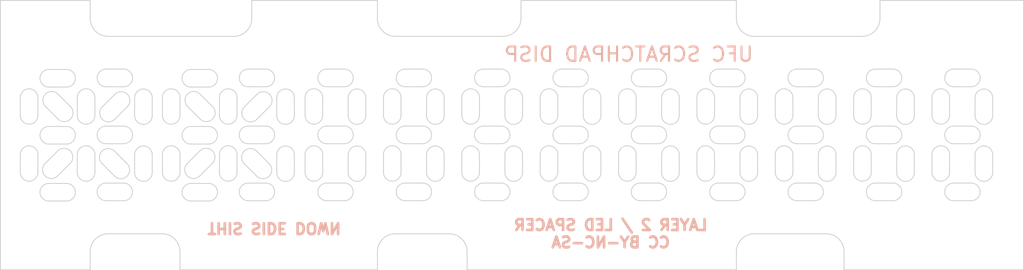
<source format=kicad_pcb>
(kicad_pcb (version 20171130) (host pcbnew "(5.1.4)-1")

  (general
    (thickness 1.6)
    (drawings 423)
    (tracks 0)
    (zones 0)
    (modules 0)
    (nets 1)
  )

  (page A4)
  (layers
    (0 F.Cu signal)
    (31 B.Cu signal)
    (32 B.Adhes user)
    (33 F.Adhes user)
    (34 B.Paste user)
    (35 F.Paste user)
    (36 B.SilkS user)
    (37 F.SilkS user)
    (38 B.Mask user)
    (39 F.Mask user)
    (40 Dwgs.User user)
    (41 Cmts.User user)
    (42 Eco1.User user)
    (43 Eco2.User user)
    (44 Edge.Cuts user)
    (45 Margin user)
    (46 B.CrtYd user)
    (47 F.CrtYd user)
    (48 B.Fab user)
    (49 F.Fab user)
  )

  (setup
    (last_trace_width 0.25)
    (user_trace_width 0.1524)
    (user_trace_width 0.2032)
    (user_trace_width 0.3048)
    (user_trace_width 0.4572)
    (user_trace_width 0.1524)
    (user_trace_width 0.2032)
    (user_trace_width 0.3048)
    (user_trace_width 0.4572)
    (user_trace_width 0.1524)
    (user_trace_width 0.2032)
    (user_trace_width 0.3048)
    (user_trace_width 0.4572)
    (user_trace_width 0.1524)
    (user_trace_width 0.2032)
    (user_trace_width 0.3048)
    (user_trace_width 0.4572)
    (user_trace_width 0.1524)
    (user_trace_width 0.2032)
    (user_trace_width 0.3048)
    (user_trace_width 0.4572)
    (user_trace_width 0.1524)
    (user_trace_width 0.2032)
    (user_trace_width 0.3048)
    (user_trace_width 0.4572)
    (user_trace_width 0.1524)
    (user_trace_width 0.2032)
    (user_trace_width 0.3048)
    (user_trace_width 0.4572)
    (user_trace_width 0.1524)
    (user_trace_width 0.2032)
    (user_trace_width 0.3048)
    (user_trace_width 0.4572)
    (trace_clearance 0.2)
    (zone_clearance 0.508)
    (zone_45_only no)
    (trace_min 0.127)
    (via_size 0.8)
    (via_drill 0.4)
    (via_min_size 0.45)
    (via_min_drill 0.2)
    (user_via 0.45 0.2)
    (user_via 0.45 0.2)
    (user_via 0.45 0.2)
    (user_via 0.45 0.2)
    (user_via 0.45 0.2)
    (user_via 0.45 0.2)
    (user_via 0.45 0.2)
    (user_via 0.45 0.2)
    (uvia_size 0.3)
    (uvia_drill 0.1)
    (uvias_allowed no)
    (uvia_min_size 0.2)
    (uvia_min_drill 0.1)
    (edge_width 0.05)
    (segment_width 0.2)
    (pcb_text_width 0.3)
    (pcb_text_size 1.5 1.5)
    (mod_edge_width 0.12)
    (mod_text_size 1 1)
    (mod_text_width 0.15)
    (pad_size 0.59 0.64)
    (pad_drill 0)
    (pad_to_mask_clearance 0.051)
    (solder_mask_min_width 0.25)
    (aux_axis_origin 147.6375 100.042)
    (grid_origin 147.6375 100.042)
    (visible_elements 7FFFF7DF)
    (pcbplotparams
      (layerselection 0x010fc_ffffffff)
      (usegerberextensions false)
      (usegerberattributes false)
      (usegerberadvancedattributes false)
      (creategerberjobfile false)
      (excludeedgelayer true)
      (linewidth 0.100000)
      (plotframeref false)
      (viasonmask false)
      (mode 1)
      (useauxorigin false)
      (hpglpennumber 1)
      (hpglpenspeed 20)
      (hpglpendiameter 15.000000)
      (psnegative false)
      (psa4output false)
      (plotreference true)
      (plotvalue true)
      (plotinvisibletext false)
      (padsonsilk false)
      (subtractmaskfromsilk false)
      (outputformat 1)
      (mirror false)
      (drillshape 0)
      (scaleselection 1)
      (outputdirectory "gerber"))
  )

  (net 0 "")

  (net_class Default "This is the default net class."
    (clearance 0.2)
    (trace_width 0.25)
    (via_dia 0.8)
    (via_drill 0.4)
    (uvia_dia 0.3)
    (uvia_drill 0.1)
  )

  (gr_text "THIS SIDE DOWN" (at 162.894 112.726 180) (layer B.SilkS) (tstamp 5FBEDFAE)
    (effects (font (size 0.6 0.6) (thickness 0.15)) (justify mirror))
  )
  (gr_text "LAYER 2 / LED SPACER\nCC BY-NC-SA" (at 181.6375 113.042) (layer B.SilkS) (tstamp 5FBEDF5D)
    (effects (font (size 0.6 0.6) (thickness 0.15)) (justify mirror))
  )
  (gr_text "UFC SCRATCHPAD DISP\n" (at 182.6375 103.042) (layer B.SilkS) (tstamp 5FBEE532)
    (effects (font (size 0.8 0.8) (thickness 0.12)) (justify mirror))
  )
  (gr_line (start 202.916352 109.6295) (end 202.916352 108.6395) (layer Edge.Cuts) (width 0.05) (tstamp 5FBEFB98))
  (gr_line (start 200.735625 108.022917) (end 201.725625 108.022917) (layer Edge.Cuts) (width 0.05) (tstamp 5FBEFB97))
  (gr_arc (start 200.735625 110.707) (end 200.735625 110.216898) (angle -180) (layer Edge.Cuts) (width 0.05) (tstamp 5FBEFB96))
  (gr_arc (start 200.735625 104.357) (end 200.735625 103.866898) (angle -180) (layer Edge.Cuts) (width 0.05) (tstamp 5FBEFB95))
  (gr_arc (start 202.42625 109.629499) (end 201.935333 109.6295) (angle -180) (layer Edge.Cuts) (width 0.05) (tstamp 5FBEFB94))
  (gr_arc (start 201.725624 104.357) (end 201.725625 104.847917) (angle -180) (layer Edge.Cuts) (width 0.05) (tstamp 5FBEFB93))
  (gr_arc (start 202.42625 108.6395) (end 202.916352 108.6395) (angle -180) (layer Edge.Cuts) (width 0.05) (tstamp 5FBEFB92))
  (gr_line (start 200.735625 111.197917) (end 201.725625 111.197917) (layer Edge.Cuts) (width 0.05) (tstamp 5FBEFB91))
  (gr_arc (start 202.42625 105.4645) (end 202.916352 105.4645) (angle -180) (layer Edge.Cuts) (width 0.05) (tstamp 5FBEFB90))
  (gr_line (start 201.725625 103.866898) (end 200.735625 103.866898) (layer Edge.Cuts) (width 0.05) (tstamp 5FBEFB8F))
  (gr_line (start 200.735625 104.847917) (end 201.725625 104.847917) (layer Edge.Cuts) (width 0.05) (tstamp 5FBEFB8E))
  (gr_line (start 201.725625 107.041898) (end 200.735625 107.041898) (layer Edge.Cuts) (width 0.05) (tstamp 5FBEFB8D))
  (gr_arc (start 200.735625 107.532) (end 200.735625 107.041898) (angle -180) (layer Edge.Cuts) (width 0.05) (tstamp 5FBEFB8C))
  (gr_line (start 201.935333 105.4645) (end 201.935333 106.4545) (layer Edge.Cuts) (width 0.05) (tstamp 5FBEFB8B))
  (gr_line (start 200.515917 109.6195) (end 200.515917 108.6295) (layer Edge.Cuts) (width 0.05) (tstamp 5FBEFB8A))
  (gr_line (start 199.534898 108.6295) (end 199.534898 109.6195) (layer Edge.Cuts) (width 0.05) (tstamp 5FBEFB89))
  (gr_arc (start 200.025 106.4445) (end 199.534898 106.4445) (angle -180) (layer Edge.Cuts) (width 0.05) (tstamp 5FBEFB88))
  (gr_line (start 202.916352 106.4545) (end 202.916352 105.4645) (layer Edge.Cuts) (width 0.05) (tstamp 5FBEFB87))
  (gr_arc (start 201.725624 110.707) (end 201.725625 111.197917) (angle -180) (layer Edge.Cuts) (width 0.05) (tstamp 5FBEFB86))
  (gr_arc (start 201.725624 107.532) (end 201.725625 108.022917) (angle -180) (layer Edge.Cuts) (width 0.05) (tstamp 5FBEFB85))
  (gr_line (start 199.534898 105.4545) (end 199.534898 106.4445) (layer Edge.Cuts) (width 0.05) (tstamp 5FBEFB84))
  (gr_arc (start 200.025 105.4545) (end 200.515917 105.4545) (angle -180) (layer Edge.Cuts) (width 0.05) (tstamp 5FBEFB83))
  (gr_line (start 200.515917 106.4445) (end 200.515917 105.4545) (layer Edge.Cuts) (width 0.05) (tstamp 5FBEFB82))
  (gr_line (start 201.725625 110.216898) (end 200.735625 110.216898) (layer Edge.Cuts) (width 0.05) (tstamp 5FBEFB81))
  (gr_arc (start 202.42625 106.454499) (end 201.935333 106.4545) (angle -180) (layer Edge.Cuts) (width 0.05) (tstamp 5FBEFB80))
  (gr_arc (start 200.025 109.6195) (end 199.534898 109.6195) (angle -180) (layer Edge.Cuts) (width 0.05) (tstamp 5FBEFB7F))
  (gr_line (start 201.935333 108.6395) (end 201.935333 109.6295) (layer Edge.Cuts) (width 0.05) (tstamp 5FBEFB7E))
  (gr_arc (start 200.025 108.6295) (end 200.515917 108.6295) (angle -180) (layer Edge.Cuts) (width 0.05) (tstamp 5FBEFB7D))
  (gr_line (start 198.550727 109.6295) (end 198.550727 108.6395) (layer Edge.Cuts) (width 0.05) (tstamp 5FBEFB98))
  (gr_line (start 196.37 108.022917) (end 197.36 108.022917) (layer Edge.Cuts) (width 0.05) (tstamp 5FBEFB97))
  (gr_arc (start 196.37 110.707) (end 196.37 110.216898) (angle -180) (layer Edge.Cuts) (width 0.05) (tstamp 5FBEFB96))
  (gr_arc (start 196.37 104.357) (end 196.37 103.866898) (angle -180) (layer Edge.Cuts) (width 0.05) (tstamp 5FBEFB95))
  (gr_arc (start 198.060625 109.629499) (end 197.569708 109.6295) (angle -180) (layer Edge.Cuts) (width 0.05) (tstamp 5FBEFB94))
  (gr_arc (start 197.359999 104.357) (end 197.36 104.847917) (angle -180) (layer Edge.Cuts) (width 0.05) (tstamp 5FBEFB93))
  (gr_arc (start 198.060625 108.6395) (end 198.550727 108.6395) (angle -180) (layer Edge.Cuts) (width 0.05) (tstamp 5FBEFB92))
  (gr_line (start 196.37 111.197917) (end 197.36 111.197917) (layer Edge.Cuts) (width 0.05) (tstamp 5FBEFB91))
  (gr_arc (start 198.060625 105.4645) (end 198.550727 105.4645) (angle -180) (layer Edge.Cuts) (width 0.05) (tstamp 5FBEFB90))
  (gr_line (start 197.36 103.866898) (end 196.37 103.866898) (layer Edge.Cuts) (width 0.05) (tstamp 5FBEFB8F))
  (gr_line (start 196.37 104.847917) (end 197.36 104.847917) (layer Edge.Cuts) (width 0.05) (tstamp 5FBEFB8E))
  (gr_line (start 197.36 107.041898) (end 196.37 107.041898) (layer Edge.Cuts) (width 0.05) (tstamp 5FBEFB8D))
  (gr_arc (start 196.37 107.532) (end 196.37 107.041898) (angle -180) (layer Edge.Cuts) (width 0.05) (tstamp 5FBEFB8C))
  (gr_line (start 197.569708 105.4645) (end 197.569708 106.4545) (layer Edge.Cuts) (width 0.05) (tstamp 5FBEFB8B))
  (gr_line (start 196.150292 109.6195) (end 196.150292 108.6295) (layer Edge.Cuts) (width 0.05) (tstamp 5FBEFB8A))
  (gr_line (start 195.169273 108.6295) (end 195.169273 109.6195) (layer Edge.Cuts) (width 0.05) (tstamp 5FBEFB89))
  (gr_arc (start 195.659375 106.4445) (end 195.169273 106.4445) (angle -180) (layer Edge.Cuts) (width 0.05) (tstamp 5FBEFB88))
  (gr_line (start 198.550727 106.4545) (end 198.550727 105.4645) (layer Edge.Cuts) (width 0.05) (tstamp 5FBEFB87))
  (gr_arc (start 197.359999 110.707) (end 197.36 111.197917) (angle -180) (layer Edge.Cuts) (width 0.05) (tstamp 5FBEFB86))
  (gr_arc (start 197.359999 107.532) (end 197.36 108.022917) (angle -180) (layer Edge.Cuts) (width 0.05) (tstamp 5FBEFB85))
  (gr_line (start 195.169273 105.4545) (end 195.169273 106.4445) (layer Edge.Cuts) (width 0.05) (tstamp 5FBEFB84))
  (gr_arc (start 195.659375 105.4545) (end 196.150292 105.4545) (angle -180) (layer Edge.Cuts) (width 0.05) (tstamp 5FBEFB83))
  (gr_line (start 196.150292 106.4445) (end 196.150292 105.4545) (layer Edge.Cuts) (width 0.05) (tstamp 5FBEFB82))
  (gr_line (start 197.36 110.216898) (end 196.37 110.216898) (layer Edge.Cuts) (width 0.05) (tstamp 5FBEFB81))
  (gr_arc (start 198.060625 106.454499) (end 197.569708 106.4545) (angle -180) (layer Edge.Cuts) (width 0.05) (tstamp 5FBEFB80))
  (gr_arc (start 195.659375 109.6195) (end 195.169273 109.6195) (angle -180) (layer Edge.Cuts) (width 0.05) (tstamp 5FBEFB7F))
  (gr_line (start 197.569708 108.6395) (end 197.569708 109.6295) (layer Edge.Cuts) (width 0.05) (tstamp 5FBEFB7E))
  (gr_arc (start 195.659375 108.6295) (end 196.150292 108.6295) (angle -180) (layer Edge.Cuts) (width 0.05) (tstamp 5FBEFB7D))
  (gr_line (start 194.185102 109.6295) (end 194.185102 108.6395) (layer Edge.Cuts) (width 0.05) (tstamp 5FBEFB98))
  (gr_line (start 192.004375 108.022917) (end 192.994375 108.022917) (layer Edge.Cuts) (width 0.05) (tstamp 5FBEFB97))
  (gr_arc (start 192.004375 110.707) (end 192.004375 110.216898) (angle -180) (layer Edge.Cuts) (width 0.05) (tstamp 5FBEFB96))
  (gr_arc (start 192.004375 104.357) (end 192.004375 103.866898) (angle -180) (layer Edge.Cuts) (width 0.05) (tstamp 5FBEFB95))
  (gr_arc (start 193.695 109.629499) (end 193.204083 109.6295) (angle -180) (layer Edge.Cuts) (width 0.05) (tstamp 5FBEFB94))
  (gr_arc (start 192.994374 104.357) (end 192.994375 104.847917) (angle -180) (layer Edge.Cuts) (width 0.05) (tstamp 5FBEFB93))
  (gr_arc (start 193.695 108.6395) (end 194.185102 108.6395) (angle -180) (layer Edge.Cuts) (width 0.05) (tstamp 5FBEFB92))
  (gr_line (start 192.004375 111.197917) (end 192.994375 111.197917) (layer Edge.Cuts) (width 0.05) (tstamp 5FBEFB91))
  (gr_arc (start 193.695 105.4645) (end 194.185102 105.4645) (angle -180) (layer Edge.Cuts) (width 0.05) (tstamp 5FBEFB90))
  (gr_line (start 192.994375 103.866898) (end 192.004375 103.866898) (layer Edge.Cuts) (width 0.05) (tstamp 5FBEFB8F))
  (gr_line (start 192.004375 104.847917) (end 192.994375 104.847917) (layer Edge.Cuts) (width 0.05) (tstamp 5FBEFB8E))
  (gr_line (start 192.994375 107.041898) (end 192.004375 107.041898) (layer Edge.Cuts) (width 0.05) (tstamp 5FBEFB8D))
  (gr_arc (start 192.004375 107.532) (end 192.004375 107.041898) (angle -180) (layer Edge.Cuts) (width 0.05) (tstamp 5FBEFB8C))
  (gr_line (start 193.204083 105.4645) (end 193.204083 106.4545) (layer Edge.Cuts) (width 0.05) (tstamp 5FBEFB8B))
  (gr_line (start 191.784667 109.6195) (end 191.784667 108.6295) (layer Edge.Cuts) (width 0.05) (tstamp 5FBEFB8A))
  (gr_line (start 190.803648 108.6295) (end 190.803648 109.6195) (layer Edge.Cuts) (width 0.05) (tstamp 5FBEFB89))
  (gr_arc (start 191.29375 106.4445) (end 190.803648 106.4445) (angle -180) (layer Edge.Cuts) (width 0.05) (tstamp 5FBEFB88))
  (gr_line (start 194.185102 106.4545) (end 194.185102 105.4645) (layer Edge.Cuts) (width 0.05) (tstamp 5FBEFB87))
  (gr_arc (start 192.994374 110.707) (end 192.994375 111.197917) (angle -180) (layer Edge.Cuts) (width 0.05) (tstamp 5FBEFB86))
  (gr_arc (start 192.994374 107.532) (end 192.994375 108.022917) (angle -180) (layer Edge.Cuts) (width 0.05) (tstamp 5FBEFB85))
  (gr_line (start 190.803648 105.4545) (end 190.803648 106.4445) (layer Edge.Cuts) (width 0.05) (tstamp 5FBEFB84))
  (gr_arc (start 191.29375 105.4545) (end 191.784667 105.4545) (angle -180) (layer Edge.Cuts) (width 0.05) (tstamp 5FBEFB83))
  (gr_line (start 191.784667 106.4445) (end 191.784667 105.4545) (layer Edge.Cuts) (width 0.05) (tstamp 5FBEFB82))
  (gr_line (start 192.994375 110.216898) (end 192.004375 110.216898) (layer Edge.Cuts) (width 0.05) (tstamp 5FBEFB81))
  (gr_arc (start 193.695 106.454499) (end 193.204083 106.4545) (angle -180) (layer Edge.Cuts) (width 0.05) (tstamp 5FBEFB80))
  (gr_arc (start 191.29375 109.6195) (end 190.803648 109.6195) (angle -180) (layer Edge.Cuts) (width 0.05) (tstamp 5FBEFB7F))
  (gr_line (start 193.204083 108.6395) (end 193.204083 109.6295) (layer Edge.Cuts) (width 0.05) (tstamp 5FBEFB7E))
  (gr_arc (start 191.29375 108.6295) (end 191.784667 108.6295) (angle -180) (layer Edge.Cuts) (width 0.05) (tstamp 5FBEFB7D))
  (gr_line (start 189.819477 109.6295) (end 189.819477 108.6395) (layer Edge.Cuts) (width 0.05) (tstamp 5FBEFB98))
  (gr_line (start 187.63875 108.022917) (end 188.62875 108.022917) (layer Edge.Cuts) (width 0.05) (tstamp 5FBEFB97))
  (gr_arc (start 187.63875 110.707) (end 187.63875 110.216898) (angle -180) (layer Edge.Cuts) (width 0.05) (tstamp 5FBEFB96))
  (gr_arc (start 187.63875 104.357) (end 187.63875 103.866898) (angle -180) (layer Edge.Cuts) (width 0.05) (tstamp 5FBEFB95))
  (gr_arc (start 189.329375 109.629499) (end 188.838458 109.6295) (angle -180) (layer Edge.Cuts) (width 0.05) (tstamp 5FBEFB94))
  (gr_arc (start 188.628749 104.357) (end 188.62875 104.847917) (angle -180) (layer Edge.Cuts) (width 0.05) (tstamp 5FBEFB93))
  (gr_arc (start 189.329375 108.6395) (end 189.819477 108.6395) (angle -180) (layer Edge.Cuts) (width 0.05) (tstamp 5FBEFB92))
  (gr_line (start 187.63875 111.197917) (end 188.62875 111.197917) (layer Edge.Cuts) (width 0.05) (tstamp 5FBEFB91))
  (gr_arc (start 189.329375 105.4645) (end 189.819477 105.4645) (angle -180) (layer Edge.Cuts) (width 0.05) (tstamp 5FBEFB90))
  (gr_line (start 188.62875 103.866898) (end 187.63875 103.866898) (layer Edge.Cuts) (width 0.05) (tstamp 5FBEFB8F))
  (gr_line (start 187.63875 104.847917) (end 188.62875 104.847917) (layer Edge.Cuts) (width 0.05) (tstamp 5FBEFB8E))
  (gr_line (start 188.62875 107.041898) (end 187.63875 107.041898) (layer Edge.Cuts) (width 0.05) (tstamp 5FBEFB8D))
  (gr_arc (start 187.63875 107.532) (end 187.63875 107.041898) (angle -180) (layer Edge.Cuts) (width 0.05) (tstamp 5FBEFB8C))
  (gr_line (start 188.838458 105.4645) (end 188.838458 106.4545) (layer Edge.Cuts) (width 0.05) (tstamp 5FBEFB8B))
  (gr_line (start 187.419042 109.6195) (end 187.419042 108.6295) (layer Edge.Cuts) (width 0.05) (tstamp 5FBEFB8A))
  (gr_line (start 186.438023 108.6295) (end 186.438023 109.6195) (layer Edge.Cuts) (width 0.05) (tstamp 5FBEFB89))
  (gr_arc (start 186.928125 106.4445) (end 186.438023 106.4445) (angle -180) (layer Edge.Cuts) (width 0.05) (tstamp 5FBEFB88))
  (gr_line (start 189.819477 106.4545) (end 189.819477 105.4645) (layer Edge.Cuts) (width 0.05) (tstamp 5FBEFB87))
  (gr_arc (start 188.628749 110.707) (end 188.62875 111.197917) (angle -180) (layer Edge.Cuts) (width 0.05) (tstamp 5FBEFB86))
  (gr_arc (start 188.628749 107.532) (end 188.62875 108.022917) (angle -180) (layer Edge.Cuts) (width 0.05) (tstamp 5FBEFB85))
  (gr_line (start 186.438023 105.4545) (end 186.438023 106.4445) (layer Edge.Cuts) (width 0.05) (tstamp 5FBEFB84))
  (gr_arc (start 186.928125 105.4545) (end 187.419042 105.4545) (angle -180) (layer Edge.Cuts) (width 0.05) (tstamp 5FBEFB83))
  (gr_line (start 187.419042 106.4445) (end 187.419042 105.4545) (layer Edge.Cuts) (width 0.05) (tstamp 5FBEFB82))
  (gr_line (start 188.62875 110.216898) (end 187.63875 110.216898) (layer Edge.Cuts) (width 0.05) (tstamp 5FBEFB81))
  (gr_arc (start 189.329375 106.454499) (end 188.838458 106.4545) (angle -180) (layer Edge.Cuts) (width 0.05) (tstamp 5FBEFB80))
  (gr_arc (start 186.928125 109.6195) (end 186.438023 109.6195) (angle -180) (layer Edge.Cuts) (width 0.05) (tstamp 5FBEFB7F))
  (gr_line (start 188.838458 108.6395) (end 188.838458 109.6295) (layer Edge.Cuts) (width 0.05) (tstamp 5FBEFB7E))
  (gr_arc (start 186.928125 108.6295) (end 187.419042 108.6295) (angle -180) (layer Edge.Cuts) (width 0.05) (tstamp 5FBEFB7D))
  (gr_line (start 185.453852 109.6295) (end 185.453852 108.6395) (layer Edge.Cuts) (width 0.05) (tstamp 5FBEFB98))
  (gr_line (start 183.273125 108.022917) (end 184.263125 108.022917) (layer Edge.Cuts) (width 0.05) (tstamp 5FBEFB97))
  (gr_arc (start 183.273125 110.707) (end 183.273125 110.216898) (angle -180) (layer Edge.Cuts) (width 0.05) (tstamp 5FBEFB96))
  (gr_arc (start 183.273125 104.357) (end 183.273125 103.866898) (angle -180) (layer Edge.Cuts) (width 0.05) (tstamp 5FBEFB95))
  (gr_arc (start 184.96375 109.629499) (end 184.472833 109.6295) (angle -180) (layer Edge.Cuts) (width 0.05) (tstamp 5FBEFB94))
  (gr_arc (start 184.263124 104.357) (end 184.263125 104.847917) (angle -180) (layer Edge.Cuts) (width 0.05) (tstamp 5FBEFB93))
  (gr_arc (start 184.96375 108.6395) (end 185.453852 108.6395) (angle -180) (layer Edge.Cuts) (width 0.05) (tstamp 5FBEFB92))
  (gr_line (start 183.273125 111.197917) (end 184.263125 111.197917) (layer Edge.Cuts) (width 0.05) (tstamp 5FBEFB91))
  (gr_arc (start 184.96375 105.4645) (end 185.453852 105.4645) (angle -180) (layer Edge.Cuts) (width 0.05) (tstamp 5FBEFB90))
  (gr_line (start 184.263125 103.866898) (end 183.273125 103.866898) (layer Edge.Cuts) (width 0.05) (tstamp 5FBEFB8F))
  (gr_line (start 183.273125 104.847917) (end 184.263125 104.847917) (layer Edge.Cuts) (width 0.05) (tstamp 5FBEFB8E))
  (gr_line (start 184.263125 107.041898) (end 183.273125 107.041898) (layer Edge.Cuts) (width 0.05) (tstamp 5FBEFB8D))
  (gr_arc (start 183.273125 107.532) (end 183.273125 107.041898) (angle -180) (layer Edge.Cuts) (width 0.05) (tstamp 5FBEFB8C))
  (gr_line (start 184.472833 105.4645) (end 184.472833 106.4545) (layer Edge.Cuts) (width 0.05) (tstamp 5FBEFB8B))
  (gr_line (start 183.053417 109.6195) (end 183.053417 108.6295) (layer Edge.Cuts) (width 0.05) (tstamp 5FBEFB8A))
  (gr_line (start 182.072398 108.6295) (end 182.072398 109.6195) (layer Edge.Cuts) (width 0.05) (tstamp 5FBEFB89))
  (gr_arc (start 182.5625 106.4445) (end 182.072398 106.4445) (angle -180) (layer Edge.Cuts) (width 0.05) (tstamp 5FBEFB88))
  (gr_line (start 185.453852 106.4545) (end 185.453852 105.4645) (layer Edge.Cuts) (width 0.05) (tstamp 5FBEFB87))
  (gr_arc (start 184.263124 110.707) (end 184.263125 111.197917) (angle -180) (layer Edge.Cuts) (width 0.05) (tstamp 5FBEFB86))
  (gr_arc (start 184.263124 107.532) (end 184.263125 108.022917) (angle -180) (layer Edge.Cuts) (width 0.05) (tstamp 5FBEFB85))
  (gr_line (start 182.072398 105.4545) (end 182.072398 106.4445) (layer Edge.Cuts) (width 0.05) (tstamp 5FBEFB84))
  (gr_arc (start 182.5625 105.4545) (end 183.053417 105.4545) (angle -180) (layer Edge.Cuts) (width 0.05) (tstamp 5FBEFB83))
  (gr_line (start 183.053417 106.4445) (end 183.053417 105.4545) (layer Edge.Cuts) (width 0.05) (tstamp 5FBEFB82))
  (gr_line (start 184.263125 110.216898) (end 183.273125 110.216898) (layer Edge.Cuts) (width 0.05) (tstamp 5FBEFB81))
  (gr_arc (start 184.96375 106.454499) (end 184.472833 106.4545) (angle -180) (layer Edge.Cuts) (width 0.05) (tstamp 5FBEFB80))
  (gr_arc (start 182.5625 109.6195) (end 182.072398 109.6195) (angle -180) (layer Edge.Cuts) (width 0.05) (tstamp 5FBEFB7F))
  (gr_line (start 184.472833 108.6395) (end 184.472833 109.6295) (layer Edge.Cuts) (width 0.05) (tstamp 5FBEFB7E))
  (gr_arc (start 182.5625 108.6295) (end 183.053417 108.6295) (angle -180) (layer Edge.Cuts) (width 0.05) (tstamp 5FBEFB7D))
  (gr_line (start 181.088227 109.6295) (end 181.088227 108.6395) (layer Edge.Cuts) (width 0.05) (tstamp 5FBEFB98))
  (gr_line (start 178.9075 108.022917) (end 179.8975 108.022917) (layer Edge.Cuts) (width 0.05) (tstamp 5FBEFB97))
  (gr_arc (start 178.9075 110.707) (end 178.9075 110.216898) (angle -180) (layer Edge.Cuts) (width 0.05) (tstamp 5FBEFB96))
  (gr_arc (start 178.9075 104.357) (end 178.9075 103.866898) (angle -180) (layer Edge.Cuts) (width 0.05) (tstamp 5FBEFB95))
  (gr_arc (start 180.598125 109.629499) (end 180.107208 109.6295) (angle -180) (layer Edge.Cuts) (width 0.05) (tstamp 5FBEFB94))
  (gr_arc (start 179.897499 104.357) (end 179.8975 104.847917) (angle -180) (layer Edge.Cuts) (width 0.05) (tstamp 5FBEFB93))
  (gr_arc (start 180.598125 108.6395) (end 181.088227 108.6395) (angle -180) (layer Edge.Cuts) (width 0.05) (tstamp 5FBEFB92))
  (gr_line (start 178.9075 111.197917) (end 179.8975 111.197917) (layer Edge.Cuts) (width 0.05) (tstamp 5FBEFB91))
  (gr_arc (start 180.598125 105.4645) (end 181.088227 105.4645) (angle -180) (layer Edge.Cuts) (width 0.05) (tstamp 5FBEFB90))
  (gr_line (start 179.8975 103.866898) (end 178.9075 103.866898) (layer Edge.Cuts) (width 0.05) (tstamp 5FBEFB8F))
  (gr_line (start 178.9075 104.847917) (end 179.8975 104.847917) (layer Edge.Cuts) (width 0.05) (tstamp 5FBEFB8E))
  (gr_line (start 179.8975 107.041898) (end 178.9075 107.041898) (layer Edge.Cuts) (width 0.05) (tstamp 5FBEFB8D))
  (gr_arc (start 178.9075 107.532) (end 178.9075 107.041898) (angle -180) (layer Edge.Cuts) (width 0.05) (tstamp 5FBEFB8C))
  (gr_line (start 180.107208 105.4645) (end 180.107208 106.4545) (layer Edge.Cuts) (width 0.05) (tstamp 5FBEFB8B))
  (gr_line (start 178.687792 109.6195) (end 178.687792 108.6295) (layer Edge.Cuts) (width 0.05) (tstamp 5FBEFB8A))
  (gr_line (start 177.706773 108.6295) (end 177.706773 109.6195) (layer Edge.Cuts) (width 0.05) (tstamp 5FBEFB89))
  (gr_arc (start 178.196875 106.4445) (end 177.706773 106.4445) (angle -180) (layer Edge.Cuts) (width 0.05) (tstamp 5FBEFB88))
  (gr_line (start 181.088227 106.4545) (end 181.088227 105.4645) (layer Edge.Cuts) (width 0.05) (tstamp 5FBEFB87))
  (gr_arc (start 179.897499 110.707) (end 179.8975 111.197917) (angle -180) (layer Edge.Cuts) (width 0.05) (tstamp 5FBEFB86))
  (gr_arc (start 179.897499 107.532) (end 179.8975 108.022917) (angle -180) (layer Edge.Cuts) (width 0.05) (tstamp 5FBEFB85))
  (gr_line (start 177.706773 105.4545) (end 177.706773 106.4445) (layer Edge.Cuts) (width 0.05) (tstamp 5FBEFB84))
  (gr_arc (start 178.196875 105.4545) (end 178.687792 105.4545) (angle -180) (layer Edge.Cuts) (width 0.05) (tstamp 5FBEFB83))
  (gr_line (start 178.687792 106.4445) (end 178.687792 105.4545) (layer Edge.Cuts) (width 0.05) (tstamp 5FBEFB82))
  (gr_line (start 179.8975 110.216898) (end 178.9075 110.216898) (layer Edge.Cuts) (width 0.05) (tstamp 5FBEFB81))
  (gr_arc (start 180.598125 106.454499) (end 180.107208 106.4545) (angle -180) (layer Edge.Cuts) (width 0.05) (tstamp 5FBEFB80))
  (gr_arc (start 178.196875 109.6195) (end 177.706773 109.6195) (angle -180) (layer Edge.Cuts) (width 0.05) (tstamp 5FBEFB7F))
  (gr_line (start 180.107208 108.6395) (end 180.107208 109.6295) (layer Edge.Cuts) (width 0.05) (tstamp 5FBEFB7E))
  (gr_arc (start 178.196875 108.6295) (end 178.687792 108.6295) (angle -180) (layer Edge.Cuts) (width 0.05) (tstamp 5FBEFB7D))
  (gr_line (start 176.722602 109.6295) (end 176.722602 108.6395) (layer Edge.Cuts) (width 0.05) (tstamp 5FBEFB98))
  (gr_line (start 174.541875 108.022917) (end 175.531875 108.022917) (layer Edge.Cuts) (width 0.05) (tstamp 5FBEFB97))
  (gr_arc (start 174.541875 110.707) (end 174.541875 110.216898) (angle -180) (layer Edge.Cuts) (width 0.05) (tstamp 5FBEFB96))
  (gr_arc (start 174.541875 104.357) (end 174.541875 103.866898) (angle -180) (layer Edge.Cuts) (width 0.05) (tstamp 5FBEFB95))
  (gr_arc (start 176.2325 109.629499) (end 175.741583 109.6295) (angle -180) (layer Edge.Cuts) (width 0.05) (tstamp 5FBEFB94))
  (gr_arc (start 175.531874 104.357) (end 175.531875 104.847917) (angle -180) (layer Edge.Cuts) (width 0.05) (tstamp 5FBEFB93))
  (gr_arc (start 176.2325 108.6395) (end 176.722602 108.6395) (angle -180) (layer Edge.Cuts) (width 0.05) (tstamp 5FBEFB92))
  (gr_line (start 174.541875 111.197917) (end 175.531875 111.197917) (layer Edge.Cuts) (width 0.05) (tstamp 5FBEFB91))
  (gr_arc (start 176.2325 105.4645) (end 176.722602 105.4645) (angle -180) (layer Edge.Cuts) (width 0.05) (tstamp 5FBEFB90))
  (gr_line (start 175.531875 103.866898) (end 174.541875 103.866898) (layer Edge.Cuts) (width 0.05) (tstamp 5FBEFB8F))
  (gr_line (start 174.541875 104.847917) (end 175.531875 104.847917) (layer Edge.Cuts) (width 0.05) (tstamp 5FBEFB8E))
  (gr_line (start 175.531875 107.041898) (end 174.541875 107.041898) (layer Edge.Cuts) (width 0.05) (tstamp 5FBEFB8D))
  (gr_arc (start 174.541875 107.532) (end 174.541875 107.041898) (angle -180) (layer Edge.Cuts) (width 0.05) (tstamp 5FBEFB8C))
  (gr_line (start 175.741583 105.4645) (end 175.741583 106.4545) (layer Edge.Cuts) (width 0.05) (tstamp 5FBEFB8B))
  (gr_line (start 174.322167 109.6195) (end 174.322167 108.6295) (layer Edge.Cuts) (width 0.05) (tstamp 5FBEFB8A))
  (gr_line (start 173.341148 108.6295) (end 173.341148 109.6195) (layer Edge.Cuts) (width 0.05) (tstamp 5FBEFB89))
  (gr_arc (start 173.83125 106.4445) (end 173.341148 106.4445) (angle -180) (layer Edge.Cuts) (width 0.05) (tstamp 5FBEFB88))
  (gr_line (start 176.722602 106.4545) (end 176.722602 105.4645) (layer Edge.Cuts) (width 0.05) (tstamp 5FBEFB87))
  (gr_arc (start 175.531874 110.707) (end 175.531875 111.197917) (angle -180) (layer Edge.Cuts) (width 0.05) (tstamp 5FBEFB86))
  (gr_arc (start 175.531874 107.532) (end 175.531875 108.022917) (angle -180) (layer Edge.Cuts) (width 0.05) (tstamp 5FBEFB85))
  (gr_line (start 173.341148 105.4545) (end 173.341148 106.4445) (layer Edge.Cuts) (width 0.05) (tstamp 5FBEFB84))
  (gr_arc (start 173.83125 105.4545) (end 174.322167 105.4545) (angle -180) (layer Edge.Cuts) (width 0.05) (tstamp 5FBEFB83))
  (gr_line (start 174.322167 106.4445) (end 174.322167 105.4545) (layer Edge.Cuts) (width 0.05) (tstamp 5FBEFB82))
  (gr_line (start 175.531875 110.216898) (end 174.541875 110.216898) (layer Edge.Cuts) (width 0.05) (tstamp 5FBEFB81))
  (gr_arc (start 176.2325 106.454499) (end 175.741583 106.4545) (angle -180) (layer Edge.Cuts) (width 0.05) (tstamp 5FBEFB80))
  (gr_arc (start 173.83125 109.6195) (end 173.341148 109.6195) (angle -180) (layer Edge.Cuts) (width 0.05) (tstamp 5FBEFB7F))
  (gr_line (start 175.741583 108.6395) (end 175.741583 109.6295) (layer Edge.Cuts) (width 0.05) (tstamp 5FBEFB7E))
  (gr_arc (start 173.83125 108.6295) (end 174.322167 108.6295) (angle -180) (layer Edge.Cuts) (width 0.05) (tstamp 5FBEFB7D))
  (gr_line (start 172.356977 109.6295) (end 172.356977 108.6395) (layer Edge.Cuts) (width 0.05) (tstamp 5FBEFB98))
  (gr_line (start 170.17625 108.022917) (end 171.16625 108.022917) (layer Edge.Cuts) (width 0.05) (tstamp 5FBEFB97))
  (gr_arc (start 170.17625 110.707) (end 170.17625 110.216898) (angle -180) (layer Edge.Cuts) (width 0.05) (tstamp 5FBEFB96))
  (gr_arc (start 170.17625 104.357) (end 170.17625 103.866898) (angle -180) (layer Edge.Cuts) (width 0.05) (tstamp 5FBEFB95))
  (gr_arc (start 171.866875 109.629499) (end 171.375958 109.6295) (angle -180) (layer Edge.Cuts) (width 0.05) (tstamp 5FBEFB94))
  (gr_arc (start 171.166249 104.357) (end 171.16625 104.847917) (angle -180) (layer Edge.Cuts) (width 0.05) (tstamp 5FBEFB93))
  (gr_arc (start 171.866875 108.6395) (end 172.356977 108.6395) (angle -180) (layer Edge.Cuts) (width 0.05) (tstamp 5FBEFB92))
  (gr_line (start 170.17625 111.197917) (end 171.16625 111.197917) (layer Edge.Cuts) (width 0.05) (tstamp 5FBEFB91))
  (gr_arc (start 171.866875 105.4645) (end 172.356977 105.4645) (angle -180) (layer Edge.Cuts) (width 0.05) (tstamp 5FBEFB90))
  (gr_line (start 171.16625 103.866898) (end 170.17625 103.866898) (layer Edge.Cuts) (width 0.05) (tstamp 5FBEFB8F))
  (gr_line (start 170.17625 104.847917) (end 171.16625 104.847917) (layer Edge.Cuts) (width 0.05) (tstamp 5FBEFB8E))
  (gr_line (start 171.16625 107.041898) (end 170.17625 107.041898) (layer Edge.Cuts) (width 0.05) (tstamp 5FBEFB8D))
  (gr_arc (start 170.17625 107.532) (end 170.17625 107.041898) (angle -180) (layer Edge.Cuts) (width 0.05) (tstamp 5FBEFB8C))
  (gr_line (start 171.375958 105.4645) (end 171.375958 106.4545) (layer Edge.Cuts) (width 0.05) (tstamp 5FBEFB8B))
  (gr_line (start 169.956542 109.6195) (end 169.956542 108.6295) (layer Edge.Cuts) (width 0.05) (tstamp 5FBEFB8A))
  (gr_line (start 168.975523 108.6295) (end 168.975523 109.6195) (layer Edge.Cuts) (width 0.05) (tstamp 5FBEFB89))
  (gr_arc (start 169.465625 106.4445) (end 168.975523 106.4445) (angle -180) (layer Edge.Cuts) (width 0.05) (tstamp 5FBEFB88))
  (gr_line (start 172.356977 106.4545) (end 172.356977 105.4645) (layer Edge.Cuts) (width 0.05) (tstamp 5FBEFB87))
  (gr_arc (start 171.166249 110.707) (end 171.16625 111.197917) (angle -180) (layer Edge.Cuts) (width 0.05) (tstamp 5FBEFB86))
  (gr_arc (start 171.166249 107.532) (end 171.16625 108.022917) (angle -180) (layer Edge.Cuts) (width 0.05) (tstamp 5FBEFB85))
  (gr_line (start 168.975523 105.4545) (end 168.975523 106.4445) (layer Edge.Cuts) (width 0.05) (tstamp 5FBEFB84))
  (gr_arc (start 169.465625 105.4545) (end 169.956542 105.4545) (angle -180) (layer Edge.Cuts) (width 0.05) (tstamp 5FBEFB83))
  (gr_line (start 169.956542 106.4445) (end 169.956542 105.4545) (layer Edge.Cuts) (width 0.05) (tstamp 5FBEFB82))
  (gr_line (start 171.16625 110.216898) (end 170.17625 110.216898) (layer Edge.Cuts) (width 0.05) (tstamp 5FBEFB81))
  (gr_arc (start 171.866875 106.454499) (end 171.375958 106.4545) (angle -180) (layer Edge.Cuts) (width 0.05) (tstamp 5FBEFB80))
  (gr_arc (start 169.465625 109.6195) (end 168.975523 109.6195) (angle -180) (layer Edge.Cuts) (width 0.05) (tstamp 5FBEFB7F))
  (gr_line (start 171.375958 108.6395) (end 171.375958 109.6295) (layer Edge.Cuts) (width 0.05) (tstamp 5FBEFB7E))
  (gr_arc (start 169.465625 108.6295) (end 169.956542 108.6295) (angle -180) (layer Edge.Cuts) (width 0.05) (tstamp 5FBEFB7D))
  (gr_line (start 167.991352 109.6295) (end 167.991352 108.6395) (layer Edge.Cuts) (width 0.05) (tstamp 5FBEFB98))
  (gr_line (start 165.810625 108.022917) (end 166.800625 108.022917) (layer Edge.Cuts) (width 0.05) (tstamp 5FBEFB97))
  (gr_arc (start 165.810625 110.707) (end 165.810625 110.216898) (angle -180) (layer Edge.Cuts) (width 0.05) (tstamp 5FBEFB96))
  (gr_arc (start 165.810625 104.357) (end 165.810625 103.866898) (angle -180) (layer Edge.Cuts) (width 0.05) (tstamp 5FBEFB95))
  (gr_arc (start 167.50125 109.629499) (end 167.010333 109.6295) (angle -180) (layer Edge.Cuts) (width 0.05) (tstamp 5FBEFB94))
  (gr_arc (start 166.800624 104.357) (end 166.800625 104.847917) (angle -180) (layer Edge.Cuts) (width 0.05) (tstamp 5FBEFB93))
  (gr_arc (start 167.50125 108.6395) (end 167.991352 108.6395) (angle -180) (layer Edge.Cuts) (width 0.05) (tstamp 5FBEFB92))
  (gr_line (start 165.810625 111.197917) (end 166.800625 111.197917) (layer Edge.Cuts) (width 0.05) (tstamp 5FBEFB91))
  (gr_arc (start 167.50125 105.4645) (end 167.991352 105.4645) (angle -180) (layer Edge.Cuts) (width 0.05) (tstamp 5FBEFB90))
  (gr_line (start 166.800625 103.866898) (end 165.810625 103.866898) (layer Edge.Cuts) (width 0.05) (tstamp 5FBEFB8F))
  (gr_line (start 165.810625 104.847917) (end 166.800625 104.847917) (layer Edge.Cuts) (width 0.05) (tstamp 5FBEFB8E))
  (gr_line (start 166.800625 107.041898) (end 165.810625 107.041898) (layer Edge.Cuts) (width 0.05) (tstamp 5FBEFB8D))
  (gr_arc (start 165.810625 107.532) (end 165.810625 107.041898) (angle -180) (layer Edge.Cuts) (width 0.05) (tstamp 5FBEFB8C))
  (gr_line (start 167.010333 105.4645) (end 167.010333 106.4545) (layer Edge.Cuts) (width 0.05) (tstamp 5FBEFB8B))
  (gr_line (start 165.590917 109.6195) (end 165.590917 108.6295) (layer Edge.Cuts) (width 0.05) (tstamp 5FBEFB8A))
  (gr_line (start 164.609898 108.6295) (end 164.609898 109.6195) (layer Edge.Cuts) (width 0.05) (tstamp 5FBEFB89))
  (gr_arc (start 165.1 106.4445) (end 164.609898 106.4445) (angle -180) (layer Edge.Cuts) (width 0.05) (tstamp 5FBEFB88))
  (gr_line (start 167.991352 106.4545) (end 167.991352 105.4645) (layer Edge.Cuts) (width 0.05) (tstamp 5FBEFB87))
  (gr_arc (start 166.800624 110.707) (end 166.800625 111.197917) (angle -180) (layer Edge.Cuts) (width 0.05) (tstamp 5FBEFB86))
  (gr_arc (start 166.800624 107.532) (end 166.800625 108.022917) (angle -180) (layer Edge.Cuts) (width 0.05) (tstamp 5FBEFB85))
  (gr_line (start 164.609898 105.4545) (end 164.609898 106.4445) (layer Edge.Cuts) (width 0.05) (tstamp 5FBEFB84))
  (gr_arc (start 165.1 105.4545) (end 165.590917 105.4545) (angle -180) (layer Edge.Cuts) (width 0.05) (tstamp 5FBEFB83))
  (gr_line (start 165.590917 106.4445) (end 165.590917 105.4545) (layer Edge.Cuts) (width 0.05) (tstamp 5FBEFB82))
  (gr_line (start 166.800625 110.216898) (end 165.810625 110.216898) (layer Edge.Cuts) (width 0.05) (tstamp 5FBEFB81))
  (gr_arc (start 167.50125 106.454499) (end 167.010333 106.4545) (angle -180) (layer Edge.Cuts) (width 0.05) (tstamp 5FBEFB80))
  (gr_arc (start 165.1 109.6195) (end 164.609898 109.6195) (angle -180) (layer Edge.Cuts) (width 0.05) (tstamp 5FBEFB7F))
  (gr_line (start 167.010333 108.6395) (end 167.010333 109.6295) (layer Edge.Cuts) (width 0.05) (tstamp 5FBEFB7E))
  (gr_arc (start 165.1 108.6295) (end 165.590917 108.6295) (angle -180) (layer Edge.Cuts) (width 0.05) (tstamp 5FBEFB7D))
  (gr_arc (start 160.326 106.4455) (end 159.835898 106.4455) (angle -180) (layer Edge.Cuts) (width 0.05) (tstamp 5FBEF392))
  (gr_arc (start 158.2485 107.553) (end 158.2485 107.062083) (angle -180) (layer Edge.Cuts) (width 0.05) (tstamp 5FBEF391))
  (gr_arc (start 158.2485 110.728) (end 158.2485 110.237083) (angle -180) (layer Edge.Cuts) (width 0.05) (tstamp 5FBEF390))
  (gr_line (start 159.455679 105.955428) (end 158.755643 105.255392) (layer Edge.Cuts) (width 0.05) (tstamp 5FBEF38F))
  (gr_line (start 157.641917 106.4455) (end 157.641917 105.4555) (layer Edge.Cuts) (width 0.05) (tstamp 5FBEF38E))
  (gr_arc (start 162.277053 105.616089) (end 162.623608 105.962643) (angle -180) (layer Edge.Cuts) (width 0.05) (tstamp 5FBEF38D))
  (gr_line (start 158.2485 104.868102) (end 159.2385 104.868102) (layer Edge.Cuts) (width 0.05) (tstamp 5FBEF38C))
  (gr_arc (start 161.4335 110.708) (end 161.4335 110.217898) (angle -180) (layer Edge.Cuts) (width 0.05) (tstamp 5FBEF38B))
  (gr_arc (start 161.577018 106.316124) (end 161.229887 105.968994) (angle -180) (layer Edge.Cuts) (width 0.05) (tstamp 5FBEF38A))
  (gr_line (start 161.4335 111.198917) (end 162.4235 111.198917) (layer Edge.Cuts) (width 0.05) (tstamp 5FBEF389))
  (gr_arc (start 163.521 105.4655) (end 164.011102 105.4655) (angle -180) (layer Edge.Cuts) (width 0.05) (tstamp 5FBEF388))
  (gr_line (start 163.030083 108.6405) (end 163.030083 109.6305) (layer Edge.Cuts) (width 0.05) (tstamp 5FBEF387))
  (gr_line (start 162.4235 103.867898) (end 161.4335 103.867898) (layer Edge.Cuts) (width 0.05) (tstamp 5FBEF386))
  (gr_line (start 158.061958 105.949077) (end 158.761994 106.649113) (layer Edge.Cuts) (width 0.05) (tstamp 5FBEF385))
  (gr_line (start 164.011102 106.4555) (end 164.011102 105.4655) (layer Edge.Cuts) (width 0.05) (tstamp 5FBEF384))
  (gr_arc (start 162.423499 110.708) (end 162.4235 111.198917) (angle -180) (layer Edge.Cuts) (width 0.05) (tstamp 5FBEF383))
  (gr_arc (start 160.326 108.6305) (end 160.816917 108.6305) (angle -180) (layer Edge.Cuts) (width 0.05) (tstamp 5FBEF382))
  (gr_line (start 160.816917 106.4455) (end 160.816917 105.4555) (layer Edge.Cuts) (width 0.05) (tstamp 5FBEF381))
  (gr_arc (start 157.151 108.6305) (end 157.641917 108.6305) (angle -180) (layer Edge.Cuts) (width 0.05) (tstamp 5FBEF380))
  (gr_line (start 161.929923 105.268958) (end 161.229887 105.968994) (layer Edge.Cuts) (width 0.05) (tstamp 5FBEF37F))
  (gr_arc (start 163.521 106.455499) (end 163.030083 106.4555) (angle -180) (layer Edge.Cuts) (width 0.05) (tstamp 5FBEF37E))
  (gr_line (start 159.835898 105.4555) (end 159.835898 106.4455) (layer Edge.Cuts) (width 0.05) (tstamp 5FBEF37D))
  (gr_line (start 159.835898 108.6305) (end 159.835898 109.6205) (layer Edge.Cuts) (width 0.05) (tstamp 5FBEF37C))
  (gr_line (start 162.4235 110.217898) (end 161.4335 110.217898) (layer Edge.Cuts) (width 0.05) (tstamp 5FBEF37B))
  (gr_arc (start 160.326 105.4555) (end 160.816917 105.4555) (angle -180) (layer Edge.Cuts) (width 0.05) (tstamp 5FBEF37A))
  (gr_arc (start 162.423499 107.533) (end 162.4235 108.023917) (angle -180) (layer Edge.Cuts) (width 0.05) (tstamp 5FBEF379))
  (gr_line (start 160.816917 109.6205) (end 160.816917 108.6305) (layer Edge.Cuts) (width 0.05) (tstamp 5FBEF378))
  (gr_arc (start 160.326 109.6205) (end 159.835898 109.6205) (angle -180) (layer Edge.Cuts) (width 0.05) (tstamp 5FBEF377))
  (gr_arc (start 162.262911 109.484053) (end 161.916357 109.830608) (angle -180) (layer Edge.Cuts) (width 0.05) (tstamp 5FBEF376))
  (gr_arc (start 162.423499 104.358) (end 162.4235 104.848917) (angle -180) (layer Edge.Cuts) (width 0.05) (tstamp 5FBEF375))
  (gr_arc (start 161.562876 108.784018) (end 161.910006 108.436887) (angle -180) (layer Edge.Cuts) (width 0.05) (tstamp 5FBEF374))
  (gr_line (start 161.216321 109.130572) (end 161.916357 109.830608) (layer Edge.Cuts) (width 0.05) (tstamp 5FBEF373))
  (gr_arc (start 161.4335 104.358) (end 161.4335 103.867898) (angle -180) (layer Edge.Cuts) (width 0.05) (tstamp 5FBEF372))
  (gr_line (start 158.742077 109.817042) (end 159.442113 109.117006) (layer Edge.Cuts) (width 0.05) (tstamp 5FBEF371))
  (gr_line (start 161.923572 106.662679) (end 162.623608 105.962643) (layer Edge.Cuts) (width 0.05) (tstamp 5FBEF370))
  (gr_line (start 159.2385 107.062083) (end 158.2485 107.062083) (layer Edge.Cuts) (width 0.05) (tstamp 5FBEF36F))
  (gr_arc (start 159.2385 107.553) (end 159.2385 108.043102) (angle -180) (layer Edge.Cuts) (width 0.05) (tstamp 5FBEF36E))
  (gr_arc (start 163.521 109.630499) (end 163.030083 109.6305) (angle -180) (layer Edge.Cuts) (width 0.05) (tstamp 5FBEF36D))
  (gr_arc (start 159.094982 108.769876) (end 159.442113 109.117006) (angle -180) (layer Edge.Cuts) (width 0.05) (tstamp 5FBEF36C))
  (gr_arc (start 159.109124 106.301982) (end 158.761994 106.649113) (angle -180) (layer Edge.Cuts) (width 0.05) (tstamp 5FBEF36B))
  (gr_arc (start 163.521 108.6405) (end 164.011102 108.6405) (angle -180) (layer Edge.Cuts) (width 0.05) (tstamp 5FBEF36A))
  (gr_line (start 162.610042 109.136923) (end 161.910006 108.436887) (layer Edge.Cuts) (width 0.05) (tstamp 5FBEF369))
  (gr_arc (start 158.409089 105.601947) (end 158.755643 105.255392) (angle -180) (layer Edge.Cuts) (width 0.05) (tstamp 5FBEF368))
  (gr_line (start 156.660898 108.6305) (end 156.660898 109.6205) (layer Edge.Cuts) (width 0.05) (tstamp 5FBEF367))
  (gr_line (start 161.4335 108.023917) (end 162.4235 108.023917) (layer Edge.Cuts) (width 0.05) (tstamp 5FBEF366))
  (gr_arc (start 161.4335 107.533) (end 161.4335 107.042898) (angle -180) (layer Edge.Cuts) (width 0.05) (tstamp 5FBEF365))
  (gr_arc (start 158.394947 109.469911) (end 158.048392 109.123357) (angle -180) (layer Edge.Cuts) (width 0.05) (tstamp 5FBEF364))
  (gr_line (start 158.2485 111.218102) (end 159.2385 111.218102) (layer Edge.Cuts) (width 0.05) (tstamp 5FBEF363))
  (gr_arc (start 159.2385 104.378) (end 159.2385 104.868102) (angle -180) (layer Edge.Cuts) (width 0.05) (tstamp 5FBEF362))
  (gr_arc (start 158.2485 104.378) (end 158.2485 103.887083) (angle -180) (layer Edge.Cuts) (width 0.05) (tstamp 5FBEF361))
  (gr_line (start 162.4235 107.042898) (end 161.4335 107.042898) (layer Edge.Cuts) (width 0.05) (tstamp 5FBEF360))
  (gr_arc (start 157.151 106.4455) (end 156.660898 106.4455) (angle -180) (layer Edge.Cuts) (width 0.05) (tstamp 5FBEF35F))
  (gr_line (start 158.748428 108.423321) (end 158.048392 109.123357) (layer Edge.Cuts) (width 0.05) (tstamp 5FBEF35E))
  (gr_arc (start 157.151 109.6205) (end 156.660898 109.6205) (angle -180) (layer Edge.Cuts) (width 0.05) (tstamp 5FBEF35D))
  (gr_line (start 164.011102 109.6305) (end 164.011102 108.6405) (layer Edge.Cuts) (width 0.05) (tstamp 5FBEF35C))
  (gr_line (start 163.030083 105.4655) (end 163.030083 106.4555) (layer Edge.Cuts) (width 0.05) (tstamp 5FBEF35B))
  (gr_arc (start 159.2385 110.728) (end 159.2385 111.218102) (angle -180) (layer Edge.Cuts) (width 0.05) (tstamp 5FBEF35A))
  (gr_line (start 159.2385 110.237083) (end 158.2485 110.237083) (layer Edge.Cuts) (width 0.05) (tstamp 5FBEF359))
  (gr_line (start 161.4335 104.848917) (end 162.4235 104.848917) (layer Edge.Cuts) (width 0.05) (tstamp 5FBEF358))
  (gr_line (start 157.641917 109.6205) (end 157.641917 108.6305) (layer Edge.Cuts) (width 0.05) (tstamp 5FBEF357))
  (gr_line (start 159.2385 103.887083) (end 158.2485 103.887083) (layer Edge.Cuts) (width 0.05) (tstamp 5FBEF356))
  (gr_line (start 158.2485 108.043102) (end 159.2385 108.043102) (layer Edge.Cuts) (width 0.05) (tstamp 5FBEF355))
  (gr_line (start 156.660898 105.4555) (end 156.660898 106.4455) (layer Edge.Cuts) (width 0.05) (tstamp 5FBEF354))
  (gr_arc (start 157.151 105.4555) (end 157.641917 105.4555) (angle -180) (layer Edge.Cuts) (width 0.05) (tstamp 5FBEF353))
  (gr_arc (start 152.4085 106.4455) (end 151.918398 106.4455) (angle -180) (layer Edge.Cuts) (width 0.05) (tstamp 5FBEF392))
  (gr_arc (start 150.331 107.553) (end 150.331 107.062083) (angle -180) (layer Edge.Cuts) (width 0.05) (tstamp 5FBEF391))
  (gr_arc (start 150.331 110.728) (end 150.331 110.237083) (angle -180) (layer Edge.Cuts) (width 0.05) (tstamp 5FBEF390))
  (gr_line (start 151.538179 105.955428) (end 150.838143 105.255392) (layer Edge.Cuts) (width 0.05) (tstamp 5FBEF38F))
  (gr_line (start 149.724417 106.4455) (end 149.724417 105.4555) (layer Edge.Cuts) (width 0.05) (tstamp 5FBEF38E))
  (gr_arc (start 154.359553 105.616089) (end 154.706108 105.962643) (angle -180) (layer Edge.Cuts) (width 0.05) (tstamp 5FBEF38D))
  (gr_line (start 150.331 104.868102) (end 151.321 104.868102) (layer Edge.Cuts) (width 0.05) (tstamp 5FBEF38C))
  (gr_arc (start 153.516 110.708) (end 153.516 110.217898) (angle -180) (layer Edge.Cuts) (width 0.05) (tstamp 5FBEF38B))
  (gr_arc (start 153.659518 106.316124) (end 153.312387 105.968994) (angle -180) (layer Edge.Cuts) (width 0.05) (tstamp 5FBEF38A))
  (gr_line (start 153.516 111.198917) (end 154.506 111.198917) (layer Edge.Cuts) (width 0.05) (tstamp 5FBEF389))
  (gr_arc (start 155.6035 105.4655) (end 156.093602 105.4655) (angle -180) (layer Edge.Cuts) (width 0.05) (tstamp 5FBEF388))
  (gr_line (start 155.112583 108.6405) (end 155.112583 109.6305) (layer Edge.Cuts) (width 0.05) (tstamp 5FBEF387))
  (gr_line (start 154.506 103.867898) (end 153.516 103.867898) (layer Edge.Cuts) (width 0.05) (tstamp 5FBEF386))
  (gr_line (start 150.144458 105.949077) (end 150.844494 106.649113) (layer Edge.Cuts) (width 0.05) (tstamp 5FBEF385))
  (gr_line (start 156.093602 106.4555) (end 156.093602 105.4655) (layer Edge.Cuts) (width 0.05) (tstamp 5FBEF384))
  (gr_arc (start 154.505999 110.708) (end 154.506 111.198917) (angle -180) (layer Edge.Cuts) (width 0.05) (tstamp 5FBEF383))
  (gr_arc (start 152.4085 108.6305) (end 152.899417 108.6305) (angle -180) (layer Edge.Cuts) (width 0.05) (tstamp 5FBEF382))
  (gr_line (start 152.899417 106.4455) (end 152.899417 105.4555) (layer Edge.Cuts) (width 0.05) (tstamp 5FBEF381))
  (gr_arc (start 149.2335 108.6305) (end 149.724417 108.6305) (angle -180) (layer Edge.Cuts) (width 0.05) (tstamp 5FBEF380))
  (gr_line (start 154.012423 105.268958) (end 153.312387 105.968994) (layer Edge.Cuts) (width 0.05) (tstamp 5FBEF37F))
  (gr_arc (start 155.6035 106.455499) (end 155.112583 106.4555) (angle -180) (layer Edge.Cuts) (width 0.05) (tstamp 5FBEF37E))
  (gr_line (start 151.918398 105.4555) (end 151.918398 106.4455) (layer Edge.Cuts) (width 0.05) (tstamp 5FBEF37D))
  (gr_line (start 151.918398 108.6305) (end 151.918398 109.6205) (layer Edge.Cuts) (width 0.05) (tstamp 5FBEF37C))
  (gr_line (start 154.506 110.217898) (end 153.516 110.217898) (layer Edge.Cuts) (width 0.05) (tstamp 5FBEF37B))
  (gr_arc (start 152.4085 105.4555) (end 152.899417 105.4555) (angle -180) (layer Edge.Cuts) (width 0.05) (tstamp 5FBEF37A))
  (gr_arc (start 154.505999 107.533) (end 154.506 108.023917) (angle -180) (layer Edge.Cuts) (width 0.05) (tstamp 5FBEF379))
  (gr_line (start 152.899417 109.6205) (end 152.899417 108.6305) (layer Edge.Cuts) (width 0.05) (tstamp 5FBEF378))
  (gr_arc (start 152.4085 109.6205) (end 151.918398 109.6205) (angle -180) (layer Edge.Cuts) (width 0.05) (tstamp 5FBEF377))
  (gr_arc (start 154.345411 109.484053) (end 153.998857 109.830608) (angle -180) (layer Edge.Cuts) (width 0.05) (tstamp 5FBEF376))
  (gr_arc (start 154.505999 104.358) (end 154.506 104.848917) (angle -180) (layer Edge.Cuts) (width 0.05) (tstamp 5FBEF375))
  (gr_arc (start 153.645376 108.784018) (end 153.992506 108.436887) (angle -180) (layer Edge.Cuts) (width 0.05) (tstamp 5FBEF374))
  (gr_line (start 153.298821 109.130572) (end 153.998857 109.830608) (layer Edge.Cuts) (width 0.05) (tstamp 5FBEF373))
  (gr_arc (start 153.516 104.358) (end 153.516 103.867898) (angle -180) (layer Edge.Cuts) (width 0.05) (tstamp 5FBEF372))
  (gr_line (start 150.824577 109.817042) (end 151.524613 109.117006) (layer Edge.Cuts) (width 0.05) (tstamp 5FBEF371))
  (gr_line (start 154.006072 106.662679) (end 154.706108 105.962643) (layer Edge.Cuts) (width 0.05) (tstamp 5FBEF370))
  (gr_line (start 151.321 107.062083) (end 150.331 107.062083) (layer Edge.Cuts) (width 0.05) (tstamp 5FBEF36F))
  (gr_arc (start 151.321 107.553) (end 151.321 108.043102) (angle -180) (layer Edge.Cuts) (width 0.05) (tstamp 5FBEF36E))
  (gr_arc (start 155.6035 109.630499) (end 155.112583 109.6305) (angle -180) (layer Edge.Cuts) (width 0.05) (tstamp 5FBEF36D))
  (gr_arc (start 151.177482 108.769876) (end 151.524613 109.117006) (angle -180) (layer Edge.Cuts) (width 0.05) (tstamp 5FBEF36C))
  (gr_arc (start 151.191624 106.301982) (end 150.844494 106.649113) (angle -180) (layer Edge.Cuts) (width 0.05) (tstamp 5FBEF36B))
  (gr_arc (start 155.6035 108.6405) (end 156.093602 108.6405) (angle -180) (layer Edge.Cuts) (width 0.05) (tstamp 5FBEF36A))
  (gr_line (start 154.692542 109.136923) (end 153.992506 108.436887) (layer Edge.Cuts) (width 0.05) (tstamp 5FBEF369))
  (gr_arc (start 150.491589 105.601947) (end 150.838143 105.255392) (angle -180) (layer Edge.Cuts) (width 0.05) (tstamp 5FBEF368))
  (gr_line (start 148.743398 108.6305) (end 148.743398 109.6205) (layer Edge.Cuts) (width 0.05) (tstamp 5FBEF367))
  (gr_line (start 153.516 108.023917) (end 154.506 108.023917) (layer Edge.Cuts) (width 0.05) (tstamp 5FBEF366))
  (gr_arc (start 153.516 107.533) (end 153.516 107.042898) (angle -180) (layer Edge.Cuts) (width 0.05) (tstamp 5FBEF365))
  (gr_arc (start 150.477447 109.469911) (end 150.130892 109.123357) (angle -180) (layer Edge.Cuts) (width 0.05) (tstamp 5FBEF364))
  (gr_line (start 150.331 111.218102) (end 151.321 111.218102) (layer Edge.Cuts) (width 0.05) (tstamp 5FBEF363))
  (gr_arc (start 151.321 104.378) (end 151.321 104.868102) (angle -180) (layer Edge.Cuts) (width 0.05) (tstamp 5FBEF362))
  (gr_arc (start 150.331 104.378) (end 150.331 103.887083) (angle -180) (layer Edge.Cuts) (width 0.05) (tstamp 5FBEF361))
  (gr_line (start 154.506 107.042898) (end 153.516 107.042898) (layer Edge.Cuts) (width 0.05) (tstamp 5FBEF360))
  (gr_arc (start 149.2335 106.4455) (end 148.743398 106.4455) (angle -180) (layer Edge.Cuts) (width 0.05) (tstamp 5FBEF35F))
  (gr_line (start 150.830928 108.423321) (end 150.130892 109.123357) (layer Edge.Cuts) (width 0.05) (tstamp 5FBEF35E))
  (gr_arc (start 149.2335 109.6205) (end 148.743398 109.6205) (angle -180) (layer Edge.Cuts) (width 0.05) (tstamp 5FBEF35D))
  (gr_line (start 156.093602 109.6305) (end 156.093602 108.6405) (layer Edge.Cuts) (width 0.05) (tstamp 5FBEF35C))
  (gr_line (start 155.112583 105.4655) (end 155.112583 106.4555) (layer Edge.Cuts) (width 0.05) (tstamp 5FBEF35B))
  (gr_arc (start 151.321 110.728) (end 151.321 111.218102) (angle -180) (layer Edge.Cuts) (width 0.05) (tstamp 5FBEF35A))
  (gr_line (start 151.321 110.237083) (end 150.331 110.237083) (layer Edge.Cuts) (width 0.05) (tstamp 5FBEF359))
  (gr_line (start 153.516 104.848917) (end 154.506 104.848917) (layer Edge.Cuts) (width 0.05) (tstamp 5FBEF358))
  (gr_line (start 149.724417 109.6205) (end 149.724417 108.6305) (layer Edge.Cuts) (width 0.05) (tstamp 5FBEF357))
  (gr_line (start 151.321 103.887083) (end 150.331 103.887083) (layer Edge.Cuts) (width 0.05) (tstamp 5FBEF356))
  (gr_line (start 150.331 108.043102) (end 151.321 108.043102) (layer Edge.Cuts) (width 0.05) (tstamp 5FBEF355))
  (gr_line (start 148.743398 105.4555) (end 148.743398 106.4455) (layer Edge.Cuts) (width 0.05) (tstamp 5FBEF354))
  (gr_arc (start 149.2335 105.4555) (end 149.724417 105.4555) (angle -180) (layer Edge.Cuts) (width 0.05) (tstamp 5FBEF353))
  (gr_line (start 147.6375 100.042) (end 147.6375 115.042) (layer Edge.Cuts) (width 0.05) (tstamp 5FBEE37F))
  (gr_line (start 204.6375 100.042) (end 204.6375 115.042) (layer Edge.Cuts) (width 0.05) (tstamp 5FBEE378))
  (gr_line (start 176.6375 100.042) (end 188.6375 100.042) (layer Edge.Cuts) (width 0.05) (tstamp 5FBEDE19))
  (gr_line (start 161.6375 100.042) (end 168.6375 100.042) (layer Edge.Cuts) (width 0.05) (tstamp 5FBEDE17))
  (gr_line (start 152.6375 115.042) (end 147.6375 115.042) (layer Edge.Cuts) (width 0.05) (tstamp 5FBED8B3))
  (gr_line (start 152.6375 114.042) (end 152.6375 115.042) (layer Edge.Cuts) (width 0.05))
  (gr_line (start 156.6375 113.042) (end 153.6375 113.042) (layer Edge.Cuts) (width 0.05) (tstamp 5FBED8B2))
  (gr_line (start 157.6375 115.042) (end 157.6375 114.042) (layer Edge.Cuts) (width 0.05) (tstamp 5FBED8B1))
  (gr_line (start 168.6375 115.042) (end 157.6375 115.042) (layer Edge.Cuts) (width 0.05))
  (gr_line (start 168.6375 114.042) (end 168.6375 115.042) (layer Edge.Cuts) (width 0.05))
  (gr_line (start 172.6375 113.042) (end 169.6375 113.042) (layer Edge.Cuts) (width 0.05) (tstamp 5FBED8B0))
  (gr_line (start 173.6375 115.042) (end 173.6375 114.042) (layer Edge.Cuts) (width 0.05) (tstamp 5FBED8AF))
  (gr_line (start 188.6375 115.042) (end 173.6375 115.042) (layer Edge.Cuts) (width 0.05))
  (gr_line (start 188.6375 114.042) (end 188.6375 115.042) (layer Edge.Cuts) (width 0.05))
  (gr_line (start 193.6375 113.042) (end 189.6375 113.042) (layer Edge.Cuts) (width 0.05) (tstamp 5FBED8AE))
  (gr_line (start 194.6375 115.042) (end 194.6375 114.042) (layer Edge.Cuts) (width 0.05) (tstamp 5FBED8AD))
  (gr_line (start 204.6375 115.042) (end 194.6375 115.042) (layer Edge.Cuts) (width 0.05))
  (gr_line (start 196.6375 100.042) (end 204.6375 100.042) (layer Edge.Cuts) (width 0.05) (tstamp 5FBED8AA))
  (gr_line (start 196.6375 101.042) (end 196.6375 100.042) (layer Edge.Cuts) (width 0.05))
  (gr_line (start 189.6375 102.042) (end 195.6375 102.042) (layer Edge.Cuts) (width 0.05) (tstamp 5FBED8A9))
  (gr_line (start 188.6375 100.042) (end 188.6375 101.042) (layer Edge.Cuts) (width 0.05) (tstamp 5FBED8A8))
  (gr_line (start 176.6375 101.042) (end 176.6375 100.042) (layer Edge.Cuts) (width 0.05))
  (gr_line (start 169.6375 102.042) (end 175.6375 102.042) (layer Edge.Cuts) (width 0.05) (tstamp 5FBED8A7))
  (gr_line (start 168.6375 100.042) (end 168.6375 101.042) (layer Edge.Cuts) (width 0.05) (tstamp 5FBED8A6))
  (gr_arc (start 153.6375 114.042) (end 153.6375 113.042) (angle -90) (layer Edge.Cuts) (width 0.05))
  (gr_arc (start 156.6375 114.042) (end 157.6375 114.042) (angle -90) (layer Edge.Cuts) (width 0.05))
  (gr_arc (start 169.6375 114.042) (end 169.6375 113.042) (angle -90) (layer Edge.Cuts) (width 0.05))
  (gr_arc (start 172.6375 114.042) (end 173.6375 114.042) (angle -90) (layer Edge.Cuts) (width 0.05))
  (gr_arc (start 193.6375 114.042) (end 194.6375 114.042) (angle -90) (layer Edge.Cuts) (width 0.05))
  (gr_arc (start 189.6375 114.042) (end 189.6375 113.042) (angle -90) (layer Edge.Cuts) (width 0.05))
  (gr_arc (start 195.6375 101.042) (end 195.6375 102.042) (angle -90) (layer Edge.Cuts) (width 0.05))
  (gr_arc (start 189.6375 101.042) (end 188.6375 101.042) (angle -90) (layer Edge.Cuts) (width 0.05))
  (gr_arc (start 175.6375 101.042) (end 175.6375 102.042) (angle -90) (layer Edge.Cuts) (width 0.05))
  (gr_arc (start 169.6375 101.042) (end 168.6375 101.042) (angle -90) (layer Edge.Cuts) (width 0.05))
  (gr_arc (start 160.6375 101.042) (end 160.6375 102.042) (angle -90) (layer Edge.Cuts) (width 0.05))
  (gr_line (start 147.6375 100.042) (end 152.6375 100.042) (layer Edge.Cuts) (width 0.05) (tstamp 5FBED33F))
  (gr_arc (start 153.6375 101.042) (end 152.6375 101.042) (angle -90) (layer Edge.Cuts) (width 0.05))
  (gr_line (start 161.6375 101.042) (end 161.6375 100.042) (layer Edge.Cuts) (width 0.05))
  (gr_line (start 153.6375 102.042) (end 160.6375 102.042) (layer Edge.Cuts) (width 0.05))
  (gr_line (start 152.6375 100.042) (end 152.6375 101.042) (layer Edge.Cuts) (width 0.05))

)

</source>
